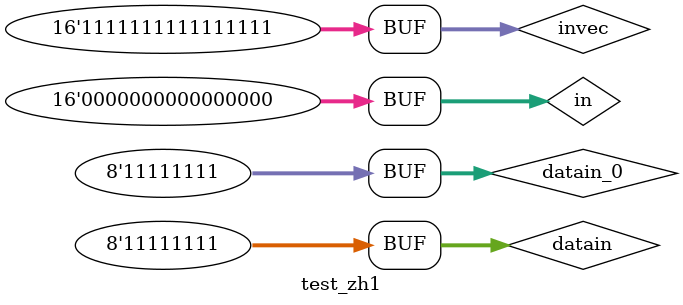
<source format=v>
`timescale 1ns/100ps
module test_zh1;
    reg[7:0] datain,datain_0;
    reg[15:0] in,invec;
    wire[7:0] seg;
Bmtz u1(.DataIn(datain),.DataIn_0(datain_0),.Seg(seg));
    initial
        begin
            in=16'b0000000000000001;
            repeat(17)
                begin
                    invec=~in;
                    {datain,datain_0}=invec;
                    #20;
                    in=in<<1;
                end
    end
endmodule
</source>
